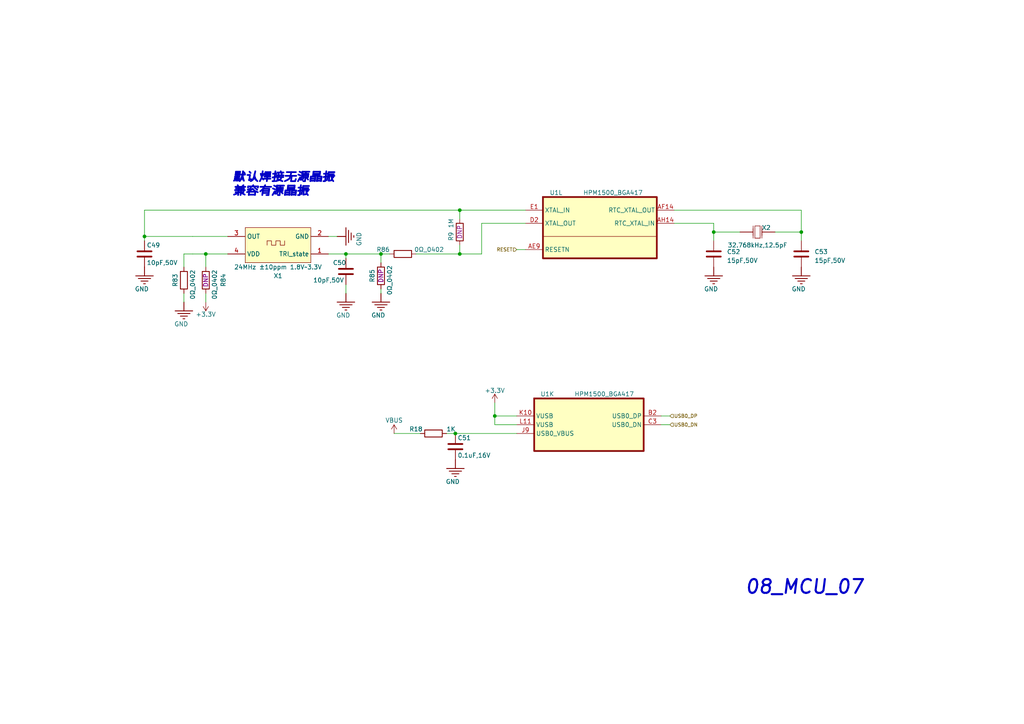
<source format=kicad_sch>
(kicad_sch (version 20230121) (generator eeschema)
  (paper "A4")
  (junction (at 132.08 125.73))
  (junction (at 207.01 67.31))
  (junction (at 100.33 73.66))
  (junction (at 41.91 68.58))
  (junction (at 143.51 120.65))
  (junction (at 232.41 67.31))
  (junction (at 110.49 73.66))
  (junction (at 133.35 60.96))
  (junction (at 59.69 73.66))
  (junction (at 133.35 73.66))
  (wire (pts (xy 149.86 72.39) (xy 152.4 72.39)))
  (wire (pts (xy 207.01 64.77) (xy 207.01 67.31)) (stroke (width 0.15)))
  (wire (pts (xy 207.01 69.85) (xy 207.01 67.31)))
  (wire (pts (xy 59.69 73.66) (xy 66.04 73.66)))
  (wire (pts (xy 100.33 73.66) (xy 100.33 74.93)))
  (wire (pts (xy 95.25 68.58) (xy 97.79 68.58)))
  (wire (pts (xy 133.35 73.66) (xy 139.7 73.66)) (stroke (width 0.15)))
  (wire (pts (xy 53.34 85.09) (xy 53.34 87.63)))
  (wire (pts (xy 55.88 73.66) (xy 53.34 73.66)) (stroke (width 0.15)))
  (wire (pts (xy 133.35 60.96) (xy 152.4 60.96)))
  (wire (pts (xy 110.49 76.2) (xy 110.49 73.66)))
  (wire (pts (xy 95.25 73.66) (xy 100.33 73.66)))
  (wire (pts (xy 232.41 67.31) (xy 232.41 69.85)))
  (wire (pts (xy 114.3 125.73) (xy 121.92 125.73)) (stroke (width 0.15)))
  (wire (pts (xy 100.33 73.66) (xy 110.49 73.66)))
  (wire (pts (xy 59.69 73.66) (xy 59.69 77.47)))
  (wire (pts (xy 133.35 71.12) (xy 133.35 73.66)))
  (wire (pts (xy 129.54 125.73) (xy 132.08 125.73)) (stroke (width 0.15)))
  (wire (pts (xy 55.88 68.58) (xy 66.04 68.58)))
  (wire (pts (xy 152.4 64.77) (xy 139.7 64.77)) (stroke (width 0.15)))
  (wire (pts (xy 224.79 67.31) (xy 232.41 67.31)) (stroke (width 0.15)))
  (wire (pts (xy 41.91 60.96) (xy 133.35 60.96)))
  (wire (pts (xy 120.65 73.66) (xy 133.35 73.66)) (stroke (width 0.15)))
  (wire (pts (xy 55.88 73.66) (xy 59.69 73.66)))
  (wire (pts (xy 41.91 60.96) (xy 41.91 68.58)))
  (wire (pts (xy 41.91 68.58) (xy 41.91 69.85)))
  (wire (pts (xy 207.01 67.31) (xy 214.63 67.31)) (stroke (width 0.15)))
  (wire (pts (xy 195.58 64.77) (xy 207.01 64.77)) (stroke (width 0.15)))
  (wire (pts (xy 100.33 85.09) (xy 100.33 82.55)))
  (wire (pts (xy 41.91 68.58) (xy 55.88 68.58)) (stroke (width 0.15)))
  (wire (pts (xy 143.51 116.84) (xy 143.51 120.65)))
  (wire (pts (xy 133.35 63.5) (xy 133.35 60.96)))
  (wire (pts (xy 143.51 123.19) (xy 149.86 123.19)) (stroke (width 0.15)))
  (wire (pts (xy 191.77 120.65) (xy 194.31 120.65)) (stroke (width 0.15)))
  (wire (pts (xy 195.58 60.96) (xy 232.41 60.96)) (stroke (width 0.15)))
  (wire (pts (xy 53.34 73.66) (xy 53.34 77.47)))
  (wire (pts (xy 143.51 120.65) (xy 143.51 123.19)) (stroke (width 0.15)))
  (wire (pts (xy 232.41 67.31) (xy 232.41 60.96)) (stroke (width 0.15)))
  (wire (pts (xy 110.49 85.09) (xy 110.49 83.82)))
  (wire (pts (xy 132.08 125.73) (xy 149.86 125.73)) (stroke (width 0.15)))
  (wire (pts (xy 143.51 120.65) (xy 149.86 120.65)) (stroke (width 0.15)))
  (wire (pts (xy 110.49 73.66) (xy 113.03 73.66)))
  (wire (pts (xy 191.77 123.19) (xy 194.31 123.19)) (stroke (width 0.15)))
  (wire (pts (xy 139.7 64.77) (xy 139.7 73.66)) (stroke (width 0.15)))
  (wire (pts (xy 59.69 87.63) (xy 59.69 85.09)))
  (text "默认焊接无源晶振\n兼容有源晶振" (at 67.31 57.15 0) (effects (font (size 2.5 2.5) (thickness 0.5) bold italic) (justify left bottom)))
  (text "08_MCU_07" (at 215.9 172.72 0) (effects (font (size 4 4) (thickness 0.6) bold italic) (justify left bottom)))
  (hierarchical_label "USB0_DP" (shape input) (at 194.31 120.65 0) (effects (font (size 1 1))))
  (hierarchical_label "USB0_DN" (shape input) (at 194.31 123.19 0) (effects (font (size 1 1))))
  (hierarchical_label "RESET" (shape input) (at 149.86 72.39 180) (effects (font (size 1 1))))
  (symbol (lib_id "02_HPM_Resistor:1M") (at 133.35 67.31 90) (unit 1)
    (property "Reference" "R9" (at 130.81 68.58 0))
    (property "Value" "1M" (at 130.81 64.77 0))
    (property "Footprint" "02_HPM_Resistor:R_0402_1005Metric" (effects hide))
    (property "Model" "CQ02WGJ0105TCE" (effects hide))
    (property "Company" "UNI-ROYAL(厚声)" (effects hide))
    (property "ASSY_OPT" "DNP" (at 133.35 67.31 0))
  )
  (symbol (lib_id "03_HPM_Capacitance:15pF,50V") (at 232.41 73.66 0) (unit 1)
    (property "Reference" "C53" (at 236.22 73.025 0) (effects (justify left)))
    (property "Value" "15pF,50V" (at 236.22 75.565 0) (effects (justify left)))
    (property "Footprint" "03_HPM_Capacitance:C_0402" (effects hide))
    (property "Model" " CL05C150JB5NNNC" (effects hide))
    (property "Company" "SAMSUNG(三星)\n" (effects hide))
  )
  (symbol (lib_id "02_HPM_Resistor:0Ω_0402") (at 116.84 73.66 0) (unit 1)
    (property "Reference" "R86" (at 111.125 72.39 0))
    (property "Value" "0Ω_0402" (at 124.46 72.39 0))
    (property "Footprint" "02_HPM_Resistor:R_0402_1005Metric" (effects hide))
    (property "Model" "RC0402JR-070RL" (effects hide))
    (property "Company" "YAGEO(国巨)" (effects hide))
  )
  (symbol (lib_id "11_HPM_Oscillator:24MHz ±10ppm 1.8V~3.3V") (at 95.25 76.2 180) (unit 1)
    (property "Reference" "X1" (at 80.645 80.01 0))
    (property "Value" "24MHz ±10ppm 1.8V~3.3V" (at 80.645 77.47 0))
    (property "Footprint" "09_HPM_Oscillator:3225" (effects hide))
    (property "Model" "OT322524MJBA4SL" (effects hide))
    (property "Company" "YXC(扬兴晶振)" (effects hide))
  )
  (symbol (lib_id "333-altium-import:GND") (at 97.79 68.58 90) (unit 1)
    (property "Reference" "#PWR0125" (effects hide))
    (property "Value" "GND" (at 104.14 67.31 0) (effects (justify right)))
  )
  (symbol (lib_id "00_HPM6800_Library:HPM6880IBD1") (at 186.69 115.57 0) (unit 11)
    (property "Reference" "U1" (at 158.75 114.3 0))
    (property "Value" "HPM1500_BGA417" (at 175.26 114.3 0))
    (property "Footprint" "00_HPM_Library:BGA_417" (effects hide))
    (property "Model" "此处不用焊接，不要加焊锡，不要收焊接费，，我们是socket" (effects hide))
    (property "Company" "HPM." (effects hide))
  )
  (symbol (lib_id "333-altium-import:GND") (at 207.01 77.47 0) (unit 1)
    (property "Reference" "#PWR0143" (effects hide))
    (property "Value" "GND" (at 208.28 83.82 0) (effects (justify right)))
  )
  (symbol (lib_id "power:+3.3V") (at 59.69 87.63 180) (unit 1)
    (property "Reference" "#PWR03" (effects hide))
    (property "Value" "+3.3V" (at 59.69 91.186 0))
  )
  (symbol (lib_id "power:+3.3V") (at 143.51 116.84 0) (unit 1)
    (property "Reference" "#PWR0134" (effects hide))
    (property "Value" "+3.3V" (at 143.51 113.284 0))
    (instances (project "HPM1500_DDR3_CORE_RevB" (path "" (reference "#PWR0134") (unit 1)) (path "" (reference "#PWR040") (unit 1))))
  )
  (symbol (lib_id "03_HPM_Capacitance:15pF,50V") (at 207.01 73.66 0) (unit 1)
    (property "Reference" "C52" (at 210.82 73.025 0) (effects (justify left)))
    (property "Value" "15pF,50V" (at 210.82 75.565 0) (effects (justify left)))
    (property "Footprint" "03_HPM_Capacitance:C_0402" (effects hide))
    (property "Model" " CL05C150JB5NNNC" (effects hide))
    (property "Company" "SAMSUNG(三星)\n" (effects hide))
  )
  (symbol (lib_id "02_HPM_Resistor:0Ω_0402") (at 59.69 81.28 90) (unit 1)
    (property "Reference" "R84" (at 64.77 81.28 0))
    (property "Value" "0Ω_0402" (at 62.23 82.55 0))
    (property "Footprint" "02_HPM_Resistor:R_0402_1005Metric" (effects hide))
    (property "Model" "RC0402JR-070RL" (effects hide))
    (property "Company" "YAGEO(国巨)" (effects hide))
    (property "ASSY_OPT" "DNP" (at 59.69 81.28 0))
  )
  (symbol (lib_id "333-altium-import:GND") (at 53.34 87.63 0) (unit 1)
    (property "Reference" "#PWR018" (effects hide))
    (property "Value" "GND" (at 54.61 93.98 0) (effects (justify right)))
  )
  (symbol (lib_id "333-altium-import:GND") (at 132.08 133.35 0) (unit 1)
    (property "Reference" "#PWR0151" (effects hide))
    (property "Value" "GND" (at 133.35 139.7 0) (effects (justify right)))
  )
  (symbol (lib_id "03_HPM_Capacitance:0.1uF,16V") (at 132.08 129.54 0) (unit 1)
    (property "Reference" "C51" (at 132.715 127 0) (effects (justify left)))
    (property "Value" "0.1uF,16V" (at 132.715 132.08 0) (effects (justify left)))
    (property "Footprint" "03_HPM_Capacitance:C_0402" (effects hide))
    (property "Model" "CL05B104KO5NNNC" (effects hide))
    (property "Company" "SAMSUNG(三星)" (effects hide))
  )
  (symbol (lib_id "333-altium-import:GND") (at 110.49 85.09 0) (unit 1)
    (property "Reference" "#PWR028" (effects hide))
    (property "Value" "GND" (at 111.76 91.44 0) (effects (justify right)))
  )
  (symbol (lib_name "10pF,50V_1") (lib_id "03_HPM_Capacitance:10pF,50V") (at 100.33 78.74 0) (unit 1)
    (property "Reference" "C50" (at 96.52 76.2 0) (effects (justify left)))
    (property "Value" "10pF,50V" (at 90.805 81.28 0) (effects (justify left)))
    (property "Footprint" "03_HPM_Capacitance:C_0402" (effects hide))
    (property "Model" "CC0402JRNPO9BN100" (effects hide))
    (property "Company" " YAGEO(国巨)" (effects hide))
  )
  (symbol (lib_id "03_HPM_Capacitance:10pF,50V") (at 41.91 73.66 0) (unit 1)
    (property "Reference" "C49" (at 42.545 71.12 0) (effects (justify left)))
    (property "Value" "10pF,50V" (at 42.545 76.2 0) (effects (justify left)))
    (property "Footprint" "03_HPM_Capacitance:C_0402" (effects hide))
    (property "Model" "CC0402JRNPO9BN100" (effects hide))
    (property "Company" " YAGEO(国巨)" (effects hide))
  )
  (symbol (lib_id "02_HPM_Resistor:0Ω_0402") (at 110.49 80.01 90) (unit 1)
    (property "Reference" "R85" (at 107.95 80.01 0))
    (property "Value" "0Ω_0402" (at 113.03 81.28 0))
    (property "Footprint" "02_HPM_Resistor:R_0402_1005Metric" (effects hide))
    (property "Model" "RC0402JR-070RL" (effects hide))
    (property "Company" "YAGEO(国巨)" (effects hide))
    (property "ASSY_OPT" "DNP" (at 110.49 80.01 0))
  )
  (symbol (lib_id "11_HPM_Oscillator:32.768kHz,12.5pF,20PPM") (at 219.71 67.31 0) (unit 1)
    (property "Reference" "X2" (at 222.25 66.04 0))
    (property "Value" "32.768kHz,12.5pF" (at 219.71 71.12 0))
    (property "Footprint" "11_HPM_Oscillator:3215" (effects hide))
    (property "Model" " FC-135 32.7680KA-AC" (effects hide))
    (property "Company" "EPSON(爱普生)" (effects hide))
  )
  (symbol (lib_id "333-altium-import:GND") (at 232.41 77.47 0) (unit 1)
    (property "Reference" "#PWR0138" (effects hide))
    (property "Value" "GND" (at 233.68 83.82 0) (effects (justify right)))
  )
  (symbol (lib_id "02_HPM_Resistor:1K") (at 125.73 125.73 0) (unit 1)
    (property "Reference" "R18" (at 120.65 124.46 0))
    (property "Value" "1K" (at 130.81 124.46 0))
    (property "Footprint" "02_HPM_Resistor:R_0402_1005Metric" (effects hide))
    (property "Model" "0402WGF1001TCE" (effects hide))
    (property "Company" "UNI-ROYAL(厚声)" (effects hide))
  )
  (symbol (lib_id "333-altium-import:GND") (at 100.33 85.09 0) (unit 1)
    (property "Reference" "#PWR0152" (effects hide))
    (property "Value" "GND" (at 101.6 91.44 0) (effects (justify right)))
  )
  (symbol (lib_id "00_HPM6800_Library:HPM6880IBD1") (at 190.5 57.15 0) (unit 12)
    (property "Reference" "U1" (at 161.29 55.88 0))
    (property "Value" "HPM1500_BGA417" (at 177.8 55.88 0))
    (property "Footprint" "00_HPM_Library:BGA_417" (effects hide))
    (property "Model" "此处不用焊接，不要加焊锡，不要收焊接费，，我们是socket" (effects hide))
    (property "Company" "HPM." (effects hide))
  )
  (symbol (lib_id "333-altium-import:GND") (at 41.91 77.47 0) (unit 1)
    (property "Reference" "#PWR0150" (effects hide))
    (property "Value" "GND" (at 43.18 83.82 0) (effects (justify right)))
  )
  (symbol (lib_id "power:VBUS") (at 114.3 125.73 0) (unit 1)
    (property "Reference" "#PWR0147" (effects hide))
    (property "Value" "VBUS" (at 114.3 121.92 0))
  )
  (symbol (lib_id "02_HPM_Resistor:0Ω_0402") (at 53.34 81.28 90) (unit 1)
    (property "Reference" "R83" (at 50.8 81.28 0))
    (property "Value" "0Ω_0402" (at 55.88 82.55 0))
    (property "Footprint" "02_HPM_Resistor:R_0402_1005Metric" (effects hide))
    (property "Model" "RC0402JR-070RL" (effects hide))
    (property "Company" "YAGEO(国巨)" (effects hide))
  )
)
</source>
